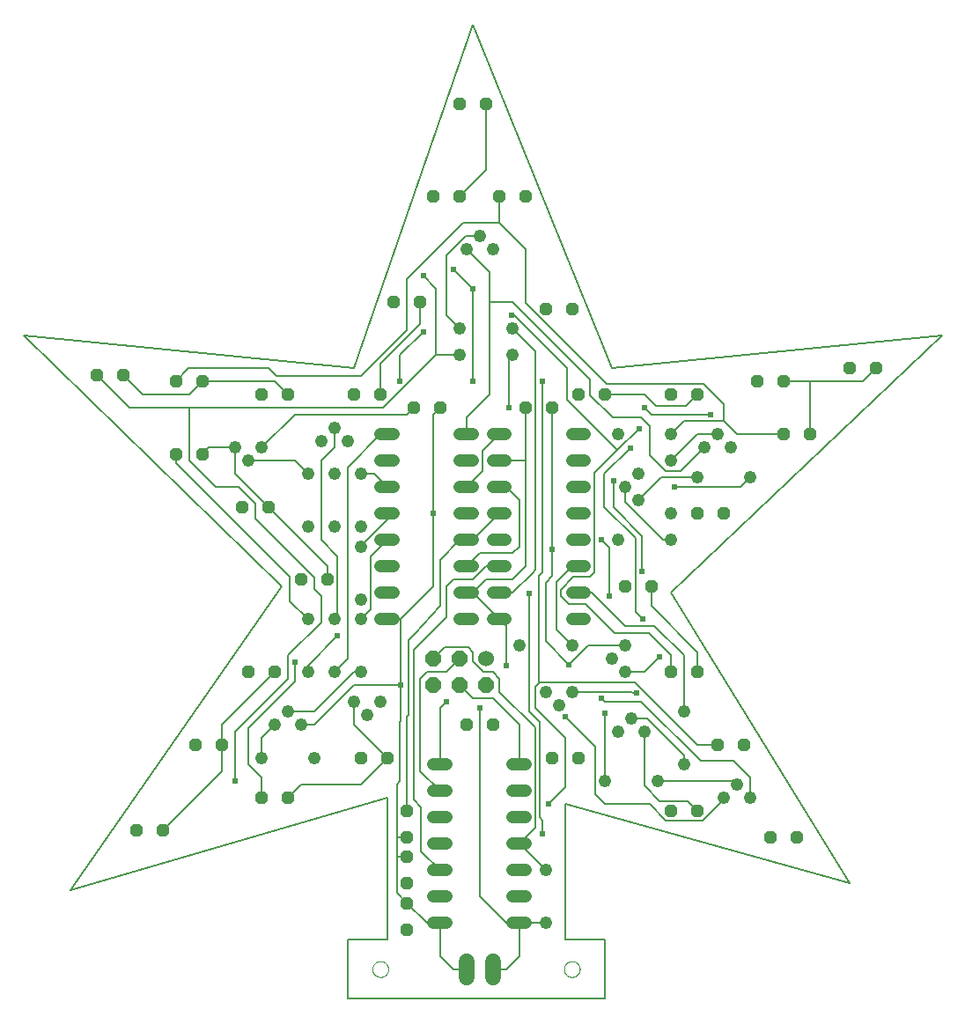
<source format=gtl>
G75*
%MOIN*%
%OFA0B0*%
%FSLAX25Y25*%
%IPPOS*%
%LPD*%
%AMOC8*
5,1,8,0,0,1.08239X$1,22.5*
%
%ADD10C,0.00600*%
%ADD11C,0.00000*%
%ADD12OC8,0.04800*%
%ADD13C,0.04800*%
%ADD14C,0.06000*%
%ADD15C,0.04800*%
%ADD16C,0.06000*%
%ADD17OC8,0.06000*%
%ADD18C,0.00800*%
%ADD19C,0.02400*%
D10*
X0018800Y0042550D02*
X0138800Y0077550D01*
X0138800Y0023800D01*
X0123800Y0023800D01*
X0123800Y0001300D01*
X0221300Y0001300D01*
X0221300Y0023800D01*
X0206300Y0023800D01*
X0206300Y0075050D01*
X0313800Y0045050D01*
X0246300Y0155050D01*
X0348800Y0252550D01*
X0223800Y0240050D01*
X0171300Y0370050D01*
X0126300Y0240050D01*
X0001300Y0252550D01*
X0098800Y0157550D01*
X0018800Y0042550D01*
X0053800Y0065050D02*
X0076300Y0087550D01*
X0076300Y0097550D01*
X0076300Y0105050D01*
X0096300Y0125050D01*
X0101300Y0122550D02*
X0101300Y0131300D01*
X0113800Y0143800D01*
X0113800Y0153800D01*
X0111300Y0156300D01*
X0111300Y0160650D01*
X0088800Y0183150D01*
X0088800Y0188800D01*
X0082550Y0195050D01*
X0073800Y0195050D01*
X0063800Y0205050D01*
X0063800Y0225050D01*
X0137300Y0225050D01*
X0157300Y0245050D01*
X0157300Y0270250D01*
X0152500Y0275050D01*
X0146300Y0273800D02*
X0167550Y0295050D01*
X0181300Y0295050D01*
X0191300Y0285050D01*
X0191300Y0264817D01*
X0222017Y0234100D01*
X0258783Y0234100D01*
X0266300Y0226583D01*
X0266300Y0220050D01*
X0271300Y0215050D01*
X0288800Y0215050D01*
X0298800Y0215050D02*
X0298800Y0235050D01*
X0288800Y0235050D01*
X0298800Y0235050D02*
X0318800Y0235050D01*
X0323800Y0240050D01*
X0276300Y0198800D02*
X0272550Y0195050D01*
X0247550Y0195050D01*
X0242550Y0198800D02*
X0238800Y0195050D01*
X0233800Y0190050D01*
X0228800Y0189550D02*
X0228800Y0195050D01*
X0224700Y0197455D02*
X0224500Y0197255D01*
X0224500Y0187450D01*
X0235375Y0176575D01*
X0235375Y0163000D01*
X0238800Y0157550D02*
X0238800Y0150050D01*
X0256300Y0132550D01*
X0256300Y0125050D01*
X0251300Y0131300D02*
X0240050Y0142550D01*
X0228800Y0142550D01*
X0216300Y0155050D01*
X0211300Y0155050D01*
X0214100Y0150650D02*
X0207700Y0150650D01*
X0204500Y0153850D01*
X0204500Y0156250D01*
X0209300Y0161050D01*
X0215700Y0161050D01*
X0217400Y0162750D01*
X0217400Y0200350D01*
X0226100Y0209050D01*
X0206900Y0228250D01*
X0206900Y0240050D01*
X0186900Y0260050D01*
X0185900Y0260050D01*
X0186300Y0255050D02*
X0195000Y0246350D01*
X0195000Y0243800D01*
X0195000Y0163750D01*
X0193800Y0162550D01*
X0186300Y0155050D01*
X0181300Y0155050D01*
X0181300Y0165050D02*
X0176433Y0165050D01*
X0171433Y0160050D01*
X0163800Y0160050D01*
X0161300Y0157550D01*
X0161300Y0145850D01*
X0148800Y0133350D01*
X0148800Y0076739D01*
X0151739Y0073800D01*
X0151739Y0057111D01*
X0158800Y0050050D01*
X0146300Y0072550D02*
X0146300Y0108100D01*
X0147000Y0108800D01*
X0147000Y0137150D01*
X0148100Y0138250D01*
X0149312Y0139586D01*
X0158800Y0150050D01*
X0158800Y0167550D01*
X0166300Y0175050D01*
X0168800Y0175050D01*
X0171300Y0175050D01*
X0181300Y0185050D01*
X0188800Y0190050D02*
X0188800Y0172550D01*
X0186300Y0170050D01*
X0173800Y0170050D01*
X0168800Y0165050D01*
X0192500Y0154750D02*
X0192500Y0110050D01*
X0196500Y0106050D01*
X0196500Y0070050D01*
X0197650Y0068900D01*
X0197600Y0068850D01*
X0197600Y0063750D01*
X0194900Y0066150D02*
X0194900Y0103950D01*
X0181300Y0117550D01*
X0181300Y0122550D01*
X0178800Y0125050D01*
X0175219Y0125050D01*
X0171300Y0128969D01*
X0171300Y0132550D01*
X0169500Y0134350D01*
X0160600Y0134350D01*
X0156300Y0130050D01*
X0153800Y0125050D02*
X0161300Y0125050D01*
X0166300Y0130050D01*
X0166300Y0120050D02*
X0171300Y0115050D01*
X0178800Y0115050D01*
X0188800Y0105050D01*
X0188800Y0090050D01*
X0200050Y0075050D02*
X0206300Y0081300D01*
X0206300Y0100050D01*
X0194900Y0111450D01*
X0194900Y0119450D01*
X0196300Y0120850D01*
X0196700Y0121250D01*
X0232600Y0121250D01*
X0256300Y0097550D01*
X0263800Y0097550D01*
X0251300Y0093450D02*
X0251300Y0090050D01*
X0251300Y0093450D02*
X0237200Y0107550D01*
X0231300Y0107550D01*
X0236300Y0102550D02*
X0236300Y0082050D01*
X0242100Y0076250D01*
X0252600Y0076250D01*
X0256300Y0072550D01*
X0258175Y0068800D02*
X0266300Y0076925D01*
X0266300Y0077550D01*
X0271300Y0082550D02*
X0270050Y0083800D01*
X0241300Y0083800D01*
X0238175Y0075050D02*
X0221300Y0075050D01*
X0217550Y0078800D01*
X0217550Y0096925D01*
X0206300Y0108175D01*
X0208800Y0117550D02*
X0231300Y0117550D01*
X0231818Y0117032D01*
X0233282Y0117032D01*
X0236400Y0125050D02*
X0228800Y0125050D01*
X0236400Y0125050D02*
X0242100Y0130750D01*
X0246300Y0131300D02*
X0237950Y0139650D01*
X0225100Y0139650D01*
X0214100Y0150650D01*
X0222900Y0153850D02*
X0222900Y0172200D01*
X0220050Y0175050D01*
X0221125Y0187375D02*
X0221125Y0200075D01*
X0230900Y0209850D01*
X0226100Y0209050D02*
X0234200Y0217150D01*
X0238800Y0222550D02*
X0236300Y0225050D01*
X0238800Y0222550D02*
X0261300Y0222550D01*
X0266300Y0220050D02*
X0251300Y0220050D01*
X0246300Y0215050D01*
X0256300Y0215050D02*
X0246300Y0205050D01*
X0242550Y0198800D02*
X0256300Y0198800D01*
X0256300Y0215050D02*
X0263800Y0215050D01*
X0251925Y0225675D02*
X0256300Y0230050D01*
X0251925Y0225675D02*
X0240675Y0225675D01*
X0236300Y0230050D01*
X0221300Y0230050D01*
X0197600Y0235000D02*
X0197550Y0235050D01*
X0197600Y0235000D02*
X0197600Y0162600D01*
X0196300Y0161300D01*
X0196300Y0120850D01*
X0208800Y0135050D02*
X0202900Y0140950D01*
X0202900Y0159150D01*
X0208800Y0165050D01*
X0211300Y0165050D01*
X0232875Y0175625D02*
X0221125Y0187375D01*
X0228800Y0189550D02*
X0243300Y0175050D01*
X0246300Y0175050D01*
X0232875Y0175625D02*
X0232875Y0147875D01*
X0235700Y0145050D01*
X0246300Y0131300D02*
X0246300Y0125050D01*
X0251300Y0131300D02*
X0251300Y0110050D01*
X0221300Y0109500D02*
X0221300Y0083800D01*
X0238175Y0075050D02*
X0244425Y0068800D01*
X0258175Y0068800D01*
X0198800Y0050050D02*
X0188800Y0060050D01*
X0194900Y0066150D01*
X0158800Y0080050D02*
X0151300Y0087550D01*
X0151300Y0122550D01*
X0153800Y0125050D01*
X0161300Y0113900D02*
X0158800Y0111400D01*
X0158800Y0090050D01*
X0138800Y0092550D02*
X0128800Y0082550D01*
X0106300Y0082550D01*
X0101300Y0077550D01*
X0091300Y0077550D02*
X0091300Y0085050D01*
X0086300Y0090050D01*
X0086300Y0103800D01*
X0103889Y0121389D01*
X0103889Y0128800D01*
X0101300Y0122550D02*
X0081300Y0102550D01*
X0081300Y0083889D01*
X0091300Y0092550D02*
X0091300Y0100050D01*
X0096300Y0105050D01*
X0101300Y0110050D02*
X0111300Y0110050D01*
X0126300Y0125050D01*
X0128800Y0125050D01*
X0123800Y0130050D02*
X0118800Y0125050D01*
X0123800Y0130050D02*
X0123800Y0200050D01*
X0123800Y0202550D01*
X0136300Y0215050D01*
X0138800Y0215050D01*
X0136300Y0230050D02*
X0136300Y0241650D01*
X0151300Y0256650D01*
X0151300Y0265050D01*
X0146300Y0273800D02*
X0146300Y0254550D01*
X0128800Y0237050D01*
X0096800Y0237050D01*
X0093900Y0239950D01*
X0063700Y0239950D01*
X0058800Y0235050D01*
X0063800Y0230050D02*
X0046300Y0230050D01*
X0038800Y0237550D01*
X0028800Y0237550D02*
X0041300Y0225050D01*
X0063800Y0225050D01*
X0063800Y0230050D02*
X0068800Y0235050D01*
X0096300Y0235050D01*
X0101300Y0230050D01*
X0118800Y0217550D02*
X0118800Y0210050D01*
X0113800Y0205050D01*
X0113800Y0175050D01*
X0120000Y0168850D01*
X0120000Y0157550D01*
X0120000Y0146250D01*
X0118800Y0145050D01*
X0120050Y0138800D02*
X0108800Y0127550D01*
X0108800Y0125050D01*
X0126300Y0113800D02*
X0126300Y0105050D01*
X0138800Y0092550D01*
X0128800Y0145050D02*
X0132500Y0148750D01*
X0132500Y0168750D01*
X0138800Y0175050D01*
X0138800Y0182683D02*
X0128800Y0172683D01*
X0128800Y0172550D01*
X0138800Y0182683D02*
X0138800Y0185050D01*
X0138800Y0195050D02*
X0133800Y0200050D01*
X0128800Y0200050D01*
X0108800Y0200050D02*
X0103800Y0205050D01*
X0086300Y0205050D01*
X0081300Y0210050D02*
X0071300Y0210050D01*
X0068800Y0207550D01*
X0058900Y0207450D02*
X0058800Y0207550D01*
X0058900Y0207450D02*
X0058900Y0204250D01*
X0102100Y0161050D01*
X0102100Y0151750D01*
X0108800Y0145050D01*
X0116300Y0160050D02*
X0116300Y0165050D01*
X0093800Y0187550D01*
X0081300Y0200050D01*
X0081300Y0210050D01*
X0143719Y0235131D02*
X0143719Y0244969D01*
X0152550Y0253800D01*
X0157300Y0245050D02*
X0166300Y0245050D01*
X0171300Y0235050D02*
X0171300Y0270050D01*
X0163800Y0277550D01*
X0161211Y0275050D02*
X0161211Y0282694D01*
X0168567Y0290050D01*
X0173800Y0290050D01*
X0181300Y0295050D02*
X0181300Y0305050D01*
X0176300Y0315050D02*
X0166300Y0305050D01*
X0176300Y0315050D02*
X0176300Y0340050D01*
X0161211Y0275050D02*
X0161300Y0274961D01*
X0161300Y0260050D01*
X0166300Y0255050D01*
X0185050Y0243800D02*
X0186300Y0245050D01*
X0185050Y0243800D02*
X0185050Y0225050D01*
X0181300Y0215050D02*
X0174900Y0208650D01*
X0174900Y0201150D01*
X0168800Y0195050D01*
X0181300Y0195050D02*
X0183800Y0195050D01*
X0188800Y0190050D01*
D11*
X0205800Y0012550D02*
X0205802Y0012659D01*
X0205808Y0012768D01*
X0205818Y0012876D01*
X0205832Y0012984D01*
X0205849Y0013092D01*
X0205871Y0013199D01*
X0205896Y0013305D01*
X0205926Y0013409D01*
X0205959Y0013513D01*
X0205996Y0013616D01*
X0206036Y0013717D01*
X0206080Y0013816D01*
X0206128Y0013914D01*
X0206180Y0014011D01*
X0206234Y0014105D01*
X0206292Y0014197D01*
X0206354Y0014287D01*
X0206419Y0014374D01*
X0206486Y0014460D01*
X0206557Y0014543D01*
X0206631Y0014623D01*
X0206708Y0014700D01*
X0206787Y0014775D01*
X0206869Y0014846D01*
X0206954Y0014915D01*
X0207041Y0014980D01*
X0207130Y0015043D01*
X0207222Y0015101D01*
X0207316Y0015157D01*
X0207411Y0015209D01*
X0207509Y0015258D01*
X0207608Y0015303D01*
X0207709Y0015345D01*
X0207811Y0015382D01*
X0207914Y0015416D01*
X0208019Y0015447D01*
X0208125Y0015473D01*
X0208231Y0015496D01*
X0208339Y0015514D01*
X0208447Y0015529D01*
X0208555Y0015540D01*
X0208664Y0015547D01*
X0208773Y0015550D01*
X0208882Y0015549D01*
X0208991Y0015544D01*
X0209099Y0015535D01*
X0209207Y0015522D01*
X0209315Y0015505D01*
X0209422Y0015485D01*
X0209528Y0015460D01*
X0209633Y0015432D01*
X0209737Y0015400D01*
X0209840Y0015364D01*
X0209942Y0015324D01*
X0210042Y0015281D01*
X0210140Y0015234D01*
X0210237Y0015184D01*
X0210331Y0015130D01*
X0210424Y0015072D01*
X0210515Y0015012D01*
X0210603Y0014948D01*
X0210689Y0014881D01*
X0210772Y0014811D01*
X0210853Y0014738D01*
X0210931Y0014662D01*
X0211006Y0014583D01*
X0211079Y0014501D01*
X0211148Y0014417D01*
X0211214Y0014331D01*
X0211277Y0014242D01*
X0211337Y0014151D01*
X0211394Y0014058D01*
X0211447Y0013963D01*
X0211496Y0013866D01*
X0211542Y0013767D01*
X0211584Y0013667D01*
X0211623Y0013565D01*
X0211658Y0013461D01*
X0211689Y0013357D01*
X0211717Y0013252D01*
X0211740Y0013145D01*
X0211760Y0013038D01*
X0211776Y0012930D01*
X0211788Y0012822D01*
X0211796Y0012713D01*
X0211800Y0012604D01*
X0211800Y0012496D01*
X0211796Y0012387D01*
X0211788Y0012278D01*
X0211776Y0012170D01*
X0211760Y0012062D01*
X0211740Y0011955D01*
X0211717Y0011848D01*
X0211689Y0011743D01*
X0211658Y0011639D01*
X0211623Y0011535D01*
X0211584Y0011433D01*
X0211542Y0011333D01*
X0211496Y0011234D01*
X0211447Y0011137D01*
X0211394Y0011042D01*
X0211337Y0010949D01*
X0211277Y0010858D01*
X0211214Y0010769D01*
X0211148Y0010683D01*
X0211079Y0010599D01*
X0211006Y0010517D01*
X0210931Y0010438D01*
X0210853Y0010362D01*
X0210772Y0010289D01*
X0210689Y0010219D01*
X0210603Y0010152D01*
X0210515Y0010088D01*
X0210424Y0010028D01*
X0210331Y0009970D01*
X0210237Y0009916D01*
X0210140Y0009866D01*
X0210042Y0009819D01*
X0209942Y0009776D01*
X0209840Y0009736D01*
X0209737Y0009700D01*
X0209633Y0009668D01*
X0209528Y0009640D01*
X0209422Y0009615D01*
X0209315Y0009595D01*
X0209207Y0009578D01*
X0209099Y0009565D01*
X0208991Y0009556D01*
X0208882Y0009551D01*
X0208773Y0009550D01*
X0208664Y0009553D01*
X0208555Y0009560D01*
X0208447Y0009571D01*
X0208339Y0009586D01*
X0208231Y0009604D01*
X0208125Y0009627D01*
X0208019Y0009653D01*
X0207914Y0009684D01*
X0207811Y0009718D01*
X0207709Y0009755D01*
X0207608Y0009797D01*
X0207509Y0009842D01*
X0207411Y0009891D01*
X0207316Y0009943D01*
X0207222Y0009999D01*
X0207130Y0010057D01*
X0207041Y0010120D01*
X0206954Y0010185D01*
X0206869Y0010254D01*
X0206787Y0010325D01*
X0206708Y0010400D01*
X0206631Y0010477D01*
X0206557Y0010557D01*
X0206486Y0010640D01*
X0206419Y0010726D01*
X0206354Y0010813D01*
X0206292Y0010903D01*
X0206234Y0010995D01*
X0206180Y0011089D01*
X0206128Y0011186D01*
X0206080Y0011284D01*
X0206036Y0011383D01*
X0205996Y0011484D01*
X0205959Y0011587D01*
X0205926Y0011691D01*
X0205896Y0011795D01*
X0205871Y0011901D01*
X0205849Y0012008D01*
X0205832Y0012116D01*
X0205818Y0012224D01*
X0205808Y0012332D01*
X0205802Y0012441D01*
X0205800Y0012550D01*
X0133300Y0012550D02*
X0133302Y0012659D01*
X0133308Y0012768D01*
X0133318Y0012876D01*
X0133332Y0012984D01*
X0133349Y0013092D01*
X0133371Y0013199D01*
X0133396Y0013305D01*
X0133426Y0013409D01*
X0133459Y0013513D01*
X0133496Y0013616D01*
X0133536Y0013717D01*
X0133580Y0013816D01*
X0133628Y0013914D01*
X0133680Y0014011D01*
X0133734Y0014105D01*
X0133792Y0014197D01*
X0133854Y0014287D01*
X0133919Y0014374D01*
X0133986Y0014460D01*
X0134057Y0014543D01*
X0134131Y0014623D01*
X0134208Y0014700D01*
X0134287Y0014775D01*
X0134369Y0014846D01*
X0134454Y0014915D01*
X0134541Y0014980D01*
X0134630Y0015043D01*
X0134722Y0015101D01*
X0134816Y0015157D01*
X0134911Y0015209D01*
X0135009Y0015258D01*
X0135108Y0015303D01*
X0135209Y0015345D01*
X0135311Y0015382D01*
X0135414Y0015416D01*
X0135519Y0015447D01*
X0135625Y0015473D01*
X0135731Y0015496D01*
X0135839Y0015514D01*
X0135947Y0015529D01*
X0136055Y0015540D01*
X0136164Y0015547D01*
X0136273Y0015550D01*
X0136382Y0015549D01*
X0136491Y0015544D01*
X0136599Y0015535D01*
X0136707Y0015522D01*
X0136815Y0015505D01*
X0136922Y0015485D01*
X0137028Y0015460D01*
X0137133Y0015432D01*
X0137237Y0015400D01*
X0137340Y0015364D01*
X0137442Y0015324D01*
X0137542Y0015281D01*
X0137640Y0015234D01*
X0137737Y0015184D01*
X0137831Y0015130D01*
X0137924Y0015072D01*
X0138015Y0015012D01*
X0138103Y0014948D01*
X0138189Y0014881D01*
X0138272Y0014811D01*
X0138353Y0014738D01*
X0138431Y0014662D01*
X0138506Y0014583D01*
X0138579Y0014501D01*
X0138648Y0014417D01*
X0138714Y0014331D01*
X0138777Y0014242D01*
X0138837Y0014151D01*
X0138894Y0014058D01*
X0138947Y0013963D01*
X0138996Y0013866D01*
X0139042Y0013767D01*
X0139084Y0013667D01*
X0139123Y0013565D01*
X0139158Y0013461D01*
X0139189Y0013357D01*
X0139217Y0013252D01*
X0139240Y0013145D01*
X0139260Y0013038D01*
X0139276Y0012930D01*
X0139288Y0012822D01*
X0139296Y0012713D01*
X0139300Y0012604D01*
X0139300Y0012496D01*
X0139296Y0012387D01*
X0139288Y0012278D01*
X0139276Y0012170D01*
X0139260Y0012062D01*
X0139240Y0011955D01*
X0139217Y0011848D01*
X0139189Y0011743D01*
X0139158Y0011639D01*
X0139123Y0011535D01*
X0139084Y0011433D01*
X0139042Y0011333D01*
X0138996Y0011234D01*
X0138947Y0011137D01*
X0138894Y0011042D01*
X0138837Y0010949D01*
X0138777Y0010858D01*
X0138714Y0010769D01*
X0138648Y0010683D01*
X0138579Y0010599D01*
X0138506Y0010517D01*
X0138431Y0010438D01*
X0138353Y0010362D01*
X0138272Y0010289D01*
X0138189Y0010219D01*
X0138103Y0010152D01*
X0138015Y0010088D01*
X0137924Y0010028D01*
X0137831Y0009970D01*
X0137737Y0009916D01*
X0137640Y0009866D01*
X0137542Y0009819D01*
X0137442Y0009776D01*
X0137340Y0009736D01*
X0137237Y0009700D01*
X0137133Y0009668D01*
X0137028Y0009640D01*
X0136922Y0009615D01*
X0136815Y0009595D01*
X0136707Y0009578D01*
X0136599Y0009565D01*
X0136491Y0009556D01*
X0136382Y0009551D01*
X0136273Y0009550D01*
X0136164Y0009553D01*
X0136055Y0009560D01*
X0135947Y0009571D01*
X0135839Y0009586D01*
X0135731Y0009604D01*
X0135625Y0009627D01*
X0135519Y0009653D01*
X0135414Y0009684D01*
X0135311Y0009718D01*
X0135209Y0009755D01*
X0135108Y0009797D01*
X0135009Y0009842D01*
X0134911Y0009891D01*
X0134816Y0009943D01*
X0134722Y0009999D01*
X0134630Y0010057D01*
X0134541Y0010120D01*
X0134454Y0010185D01*
X0134369Y0010254D01*
X0134287Y0010325D01*
X0134208Y0010400D01*
X0134131Y0010477D01*
X0134057Y0010557D01*
X0133986Y0010640D01*
X0133919Y0010726D01*
X0133854Y0010813D01*
X0133792Y0010903D01*
X0133734Y0010995D01*
X0133680Y0011089D01*
X0133628Y0011186D01*
X0133580Y0011284D01*
X0133536Y0011383D01*
X0133496Y0011484D01*
X0133459Y0011587D01*
X0133426Y0011691D01*
X0133396Y0011795D01*
X0133371Y0011901D01*
X0133349Y0012008D01*
X0133332Y0012116D01*
X0133318Y0012224D01*
X0133308Y0012332D01*
X0133302Y0012441D01*
X0133300Y0012550D01*
D12*
X0146300Y0027550D03*
X0146300Y0037550D03*
X0146300Y0045050D03*
X0146300Y0055050D03*
X0146300Y0062550D03*
X0146300Y0072550D03*
X0138800Y0092550D03*
X0128800Y0092550D03*
X0101300Y0077550D03*
X0091300Y0077550D03*
X0076300Y0097550D03*
X0066300Y0097550D03*
X0086300Y0125050D03*
X0096300Y0125050D03*
X0106300Y0160050D03*
X0116300Y0160050D03*
X0093800Y0187550D03*
X0083800Y0187550D03*
X0068800Y0207550D03*
X0058800Y0207550D03*
X0058800Y0235050D03*
X0068800Y0235050D03*
X0091300Y0230050D03*
X0101300Y0230050D03*
X0126300Y0230050D03*
X0136300Y0230050D03*
X0148800Y0225050D03*
X0158800Y0225050D03*
X0191300Y0225050D03*
X0201300Y0225050D03*
X0211300Y0230050D03*
X0221300Y0230050D03*
X0246300Y0230050D03*
X0256300Y0230050D03*
X0278800Y0235050D03*
X0288800Y0235050D03*
X0288800Y0215050D03*
X0298800Y0215050D03*
X0313800Y0240050D03*
X0323800Y0240050D03*
X0266300Y0185050D03*
X0256300Y0185050D03*
X0238800Y0157550D03*
X0228800Y0157550D03*
X0246300Y0125050D03*
X0256300Y0125050D03*
X0263800Y0097550D03*
X0273800Y0097550D03*
X0256300Y0072550D03*
X0246300Y0072550D03*
X0211300Y0092550D03*
X0201300Y0092550D03*
X0178800Y0105050D03*
X0168800Y0105050D03*
X0053800Y0065050D03*
X0043800Y0065050D03*
X0038800Y0237550D03*
X0028800Y0237550D03*
X0141300Y0265050D03*
X0151300Y0265050D03*
X0156300Y0305050D03*
X0166300Y0305050D03*
X0181300Y0305050D03*
X0191300Y0305050D03*
X0176300Y0340050D03*
X0166300Y0340050D03*
X0198800Y0262550D03*
X0208800Y0262550D03*
X0283800Y0062550D03*
X0293800Y0062550D03*
D13*
X0213700Y0145050D02*
X0208900Y0145050D01*
X0208900Y0155050D02*
X0213700Y0155050D01*
X0213700Y0165050D02*
X0208900Y0165050D01*
X0208900Y0175050D02*
X0213700Y0175050D01*
X0213700Y0185050D02*
X0208900Y0185050D01*
X0208900Y0195050D02*
X0213700Y0195050D01*
X0213700Y0205050D02*
X0208900Y0205050D01*
X0208900Y0215050D02*
X0213700Y0215050D01*
X0183700Y0215050D02*
X0178900Y0215050D01*
X0178900Y0205050D02*
X0183700Y0205050D01*
X0183700Y0195050D02*
X0178900Y0195050D01*
X0171200Y0195050D02*
X0166400Y0195050D01*
X0166400Y0185050D02*
X0171200Y0185050D01*
X0171200Y0175050D02*
X0166400Y0175050D01*
X0166400Y0165050D02*
X0171200Y0165050D01*
X0178900Y0165050D02*
X0183700Y0165050D01*
X0183700Y0155050D02*
X0178900Y0155050D01*
X0178900Y0145050D02*
X0183700Y0145050D01*
X0171200Y0145050D02*
X0166400Y0145050D01*
X0166400Y0155050D02*
X0171200Y0155050D01*
X0178900Y0175050D02*
X0183700Y0175050D01*
X0183700Y0185050D02*
X0178900Y0185050D01*
X0171200Y0205050D02*
X0166400Y0205050D01*
X0166400Y0215050D02*
X0171200Y0215050D01*
X0141200Y0215050D02*
X0136400Y0215050D01*
X0136400Y0205050D02*
X0141200Y0205050D01*
X0141200Y0195050D02*
X0136400Y0195050D01*
X0136400Y0185050D02*
X0141200Y0185050D01*
X0141200Y0175050D02*
X0136400Y0175050D01*
X0136400Y0165050D02*
X0141200Y0165050D01*
X0141200Y0155050D02*
X0136400Y0155050D01*
X0136400Y0145050D02*
X0141200Y0145050D01*
X0156400Y0090050D02*
X0161200Y0090050D01*
X0161200Y0080050D02*
X0156400Y0080050D01*
X0156400Y0070050D02*
X0161200Y0070050D01*
X0161200Y0060050D02*
X0156400Y0060050D01*
X0156400Y0050050D02*
X0161200Y0050050D01*
X0161200Y0040050D02*
X0156400Y0040050D01*
X0156400Y0030050D02*
X0161200Y0030050D01*
X0186400Y0030050D02*
X0191200Y0030050D01*
X0191200Y0040050D02*
X0186400Y0040050D01*
X0186400Y0050050D02*
X0191200Y0050050D01*
X0191200Y0060050D02*
X0186400Y0060050D01*
X0186400Y0070050D02*
X0191200Y0070050D01*
X0191200Y0080050D02*
X0186400Y0080050D01*
X0186400Y0090050D02*
X0191200Y0090050D01*
D14*
X0178800Y0015550D02*
X0178800Y0009550D01*
X0168800Y0009550D02*
X0168800Y0015550D01*
D15*
X0198800Y0030050D03*
X0198800Y0050050D03*
X0221300Y0083800D03*
X0226300Y0102550D03*
X0231300Y0107550D03*
X0236300Y0102550D03*
X0251300Y0110050D03*
X0251300Y0090050D03*
X0241300Y0083800D03*
X0266300Y0077550D03*
X0271300Y0082550D03*
X0276300Y0077550D03*
X0228800Y0125050D03*
X0223800Y0130050D03*
X0228800Y0135050D03*
X0208800Y0135050D03*
X0208800Y0117550D03*
X0203800Y0112550D03*
X0198800Y0117550D03*
X0188800Y0135050D03*
X0226300Y0175050D03*
X0233800Y0190050D03*
X0228800Y0195050D03*
X0233800Y0200050D03*
X0246300Y0205050D03*
X0246300Y0215050D03*
X0258800Y0210050D03*
X0263800Y0215050D03*
X0268800Y0210050D03*
X0276300Y0198800D03*
X0256300Y0198800D03*
X0246300Y0185050D03*
X0246300Y0175050D03*
X0226300Y0215050D03*
X0186300Y0245050D03*
X0186300Y0255050D03*
X0166300Y0255050D03*
X0166300Y0245050D03*
X0168800Y0285050D03*
X0173800Y0290050D03*
X0178800Y0285050D03*
X0118800Y0217550D03*
X0113800Y0212550D03*
X0123800Y0212550D03*
X0118800Y0200050D03*
X0108800Y0200050D03*
X0108800Y0180050D03*
X0118800Y0180050D03*
X0128800Y0180050D03*
X0128800Y0172550D03*
X0128800Y0152550D03*
X0128800Y0145050D03*
X0118800Y0145050D03*
X0108800Y0145050D03*
X0108800Y0125050D03*
X0118800Y0125050D03*
X0128800Y0125050D03*
X0126300Y0113800D03*
X0131300Y0108800D03*
X0136300Y0113800D03*
X0111300Y0092550D03*
X0106300Y0105050D03*
X0101300Y0110050D03*
X0096300Y0105050D03*
X0091300Y0092550D03*
X0128800Y0200050D03*
X0091300Y0210050D03*
X0086300Y0205050D03*
X0081300Y0210050D03*
D16*
X0176300Y0130050D03*
D17*
X0176300Y0120050D03*
X0166300Y0120050D03*
X0166300Y0130050D03*
X0156300Y0130050D03*
X0156300Y0120050D03*
D18*
X0143800Y0120050D02*
X0126300Y0120050D01*
X0111300Y0105050D01*
X0106300Y0105050D01*
X0142500Y0082550D02*
X0143775Y0083825D01*
X0143775Y0106300D01*
X0143800Y0106325D01*
X0143800Y0120050D01*
X0143800Y0145050D01*
X0156300Y0157550D01*
X0156300Y0185050D01*
X0156300Y0222550D01*
X0158800Y0225050D01*
X0148800Y0225050D02*
X0146300Y0222550D01*
X0103800Y0222550D01*
X0091300Y0210050D01*
X0138800Y0145050D02*
X0143800Y0145050D01*
X0168800Y0155050D02*
X0171300Y0155050D01*
X0181300Y0145050D01*
X0183800Y0142550D01*
X0183800Y0127550D01*
X0198800Y0136761D02*
X0207700Y0127861D01*
X0214889Y0135050D01*
X0228800Y0135050D01*
X0220050Y0115000D02*
X0221250Y0113800D01*
X0235050Y0113800D01*
X0257550Y0091300D01*
X0270050Y0091300D01*
X0276300Y0085050D01*
X0276300Y0077550D01*
X0198800Y0030050D02*
X0188800Y0030050D01*
X0183800Y0030050D01*
X0173800Y0040050D01*
X0173800Y0111300D01*
X0198800Y0136761D02*
X0198800Y0158800D01*
X0201300Y0161300D01*
X0201300Y0171300D01*
X0201300Y0225050D01*
X0191300Y0225050D02*
X0191300Y0205050D01*
X0181300Y0205050D01*
X0191300Y0205050D02*
X0191300Y0165050D01*
X0186300Y0160050D01*
X0176300Y0160050D01*
X0171300Y0155050D01*
X0168800Y0215050D02*
X0168800Y0221300D01*
X0177550Y0230050D01*
X0177550Y0265050D01*
X0177550Y0276300D01*
X0168800Y0285050D01*
X0177550Y0265050D02*
X0186300Y0265050D01*
X0215700Y0235650D01*
X0215700Y0229850D01*
X0224250Y0221300D01*
X0235050Y0221300D01*
X0238400Y0217950D01*
X0238400Y0207150D01*
X0244450Y0201100D01*
X0249850Y0201100D01*
X0258800Y0210050D01*
X0142500Y0082550D02*
X0142500Y0062550D01*
X0146300Y0062550D01*
X0142500Y0062550D02*
X0142500Y0055050D01*
X0146300Y0055050D01*
X0142500Y0055050D02*
X0142500Y0041350D01*
X0146300Y0037550D01*
X0153800Y0030050D01*
X0158800Y0030050D01*
X0158800Y0017550D01*
X0163800Y0012550D01*
X0168800Y0012550D01*
X0178800Y0012550D02*
X0183800Y0012550D01*
X0188800Y0017550D01*
X0188800Y0030050D01*
D19*
X0197600Y0063750D03*
X0200050Y0075050D03*
X0206300Y0108175D03*
X0220050Y0115000D03*
X0221300Y0109500D03*
X0233282Y0117032D03*
X0242100Y0130750D03*
X0235700Y0145050D03*
X0222900Y0153850D03*
X0235375Y0163000D03*
X0220050Y0175050D03*
X0201300Y0171300D03*
X0192500Y0154750D03*
X0183800Y0127550D03*
X0173800Y0111300D03*
X0161300Y0113900D03*
X0143800Y0120050D03*
X0120050Y0138800D03*
X0103889Y0128800D03*
X0081300Y0083889D03*
X0156300Y0185050D03*
X0185050Y0225050D03*
X0197550Y0235050D03*
X0185900Y0260050D03*
X0171300Y0270050D03*
X0163800Y0277550D03*
X0152500Y0275050D03*
X0152550Y0253800D03*
X0143719Y0235131D03*
X0171300Y0235050D03*
X0224700Y0197455D03*
X0230900Y0209850D03*
X0234200Y0217150D03*
X0236300Y0225050D03*
X0261300Y0222550D03*
X0247550Y0195050D03*
X0207700Y0127861D03*
M02*

</source>
